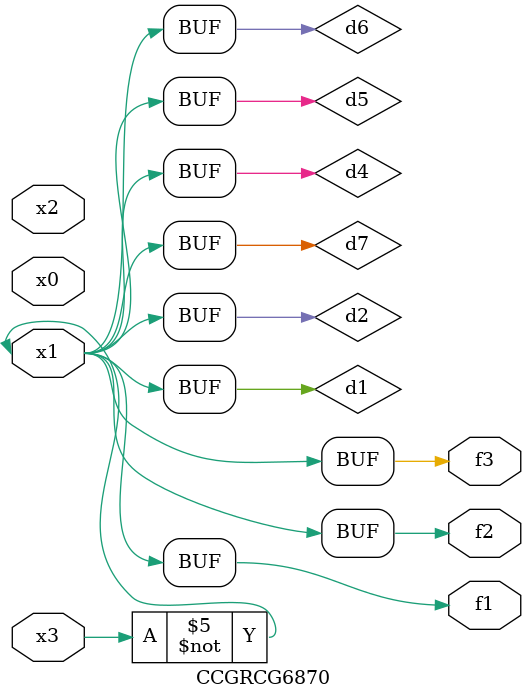
<source format=v>
module CCGRCG6870(
	input x0, x1, x2, x3,
	output f1, f2, f3
);

	wire d1, d2, d3, d4, d5, d6, d7;

	not (d1, x3);
	buf (d2, x1);
	xnor (d3, d1, d2);
	nor (d4, d1);
	buf (d5, d1, d2);
	buf (d6, d4, d5);
	nand (d7, d4);
	assign f1 = d6;
	assign f2 = d7;
	assign f3 = d6;
endmodule

</source>
